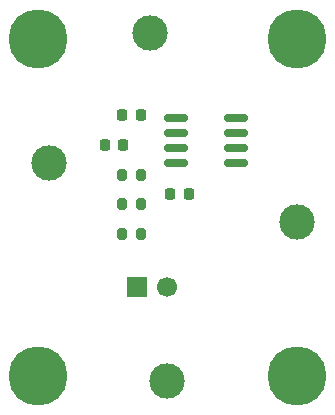
<source format=gbr>
%TF.GenerationSoftware,KiCad,Pcbnew,9.0.6*%
%TF.CreationDate,2025-11-07T23:12:57+00:00*%
%TF.ProjectId,DrawSchematic,44726177-5363-4686-956d-617469632e6b,rev?*%
%TF.SameCoordinates,Original*%
%TF.FileFunction,Soldermask,Top*%
%TF.FilePolarity,Negative*%
%FSLAX46Y46*%
G04 Gerber Fmt 4.6, Leading zero omitted, Abs format (unit mm)*
G04 Created by KiCad (PCBNEW 9.0.6) date 2025-11-07 23:12:57*
%MOMM*%
%LPD*%
G01*
G04 APERTURE LIST*
G04 Aperture macros list*
%AMRoundRect*
0 Rectangle with rounded corners*
0 $1 Rounding radius*
0 $2 $3 $4 $5 $6 $7 $8 $9 X,Y pos of 4 corners*
0 Add a 4 corners polygon primitive as box body*
4,1,4,$2,$3,$4,$5,$6,$7,$8,$9,$2,$3,0*
0 Add four circle primitives for the rounded corners*
1,1,$1+$1,$2,$3*
1,1,$1+$1,$4,$5*
1,1,$1+$1,$6,$7*
1,1,$1+$1,$8,$9*
0 Add four rect primitives between the rounded corners*
20,1,$1+$1,$2,$3,$4,$5,0*
20,1,$1+$1,$4,$5,$6,$7,0*
20,1,$1+$1,$6,$7,$8,$9,0*
20,1,$1+$1,$8,$9,$2,$3,0*%
G04 Aperture macros list end*
%ADD10C,5.000000*%
%ADD11C,3.000000*%
%ADD12R,1.700000X1.700000*%
%ADD13C,1.700000*%
%ADD14RoundRect,0.225000X0.225000X0.250000X-0.225000X0.250000X-0.225000X-0.250000X0.225000X-0.250000X0*%
%ADD15RoundRect,0.225000X-0.225000X-0.250000X0.225000X-0.250000X0.225000X0.250000X-0.225000X0.250000X0*%
%ADD16RoundRect,0.218750X0.218750X0.256250X-0.218750X0.256250X-0.218750X-0.256250X0.218750X-0.256250X0*%
%ADD17RoundRect,0.162500X-0.825000X-0.162500X0.825000X-0.162500X0.825000X0.162500X-0.825000X0.162500X0*%
%ADD18RoundRect,0.200000X-0.200000X-0.275000X0.200000X-0.275000X0.200000X0.275000X-0.200000X0.275000X0*%
G04 APERTURE END LIST*
D10*
%TO.C,H2*%
X156500000Y-83500000D03*
%TD*%
%TO.C,H3*%
X156500000Y-112000000D03*
%TD*%
%TO.C,H4*%
X134500000Y-112000000D03*
%TD*%
D11*
%TO.C,FID3*%
X156500000Y-99000000D03*
%TD*%
D12*
%TO.C,J1*%
X142960000Y-104500000D03*
D13*
X145500000Y-104500000D03*
%TD*%
D14*
%TO.C,C2*%
X141775000Y-92500000D03*
X140225000Y-92500000D03*
%TD*%
D11*
%TO.C,FID4*%
X145500000Y-112500000D03*
%TD*%
D15*
%TO.C,C1*%
X141675000Y-89960000D03*
X143225000Y-89960000D03*
%TD*%
D11*
%TO.C,FID1*%
X144000000Y-83000000D03*
%TD*%
D16*
%TO.C,D1*%
X147287500Y-96640000D03*
X145712500Y-96640000D03*
%TD*%
D17*
%TO.C,U1*%
X146222500Y-90190000D03*
X146222500Y-91460000D03*
X146222500Y-92730000D03*
X146222500Y-94000000D03*
X151297500Y-94000000D03*
X151297500Y-92730000D03*
X151297500Y-91460000D03*
X151297500Y-90190000D03*
%TD*%
D18*
%TO.C,R1*%
X141625000Y-94980000D03*
X143275000Y-94980000D03*
%TD*%
D11*
%TO.C,FID2*%
X135500000Y-94000000D03*
%TD*%
D10*
%TO.C,H1*%
X134500000Y-83500000D03*
%TD*%
D18*
%TO.C,R2*%
X141625000Y-97490000D03*
X143275000Y-97490000D03*
%TD*%
%TO.C,R3*%
X141625000Y-100000000D03*
X143275000Y-100000000D03*
%TD*%
M02*

</source>
